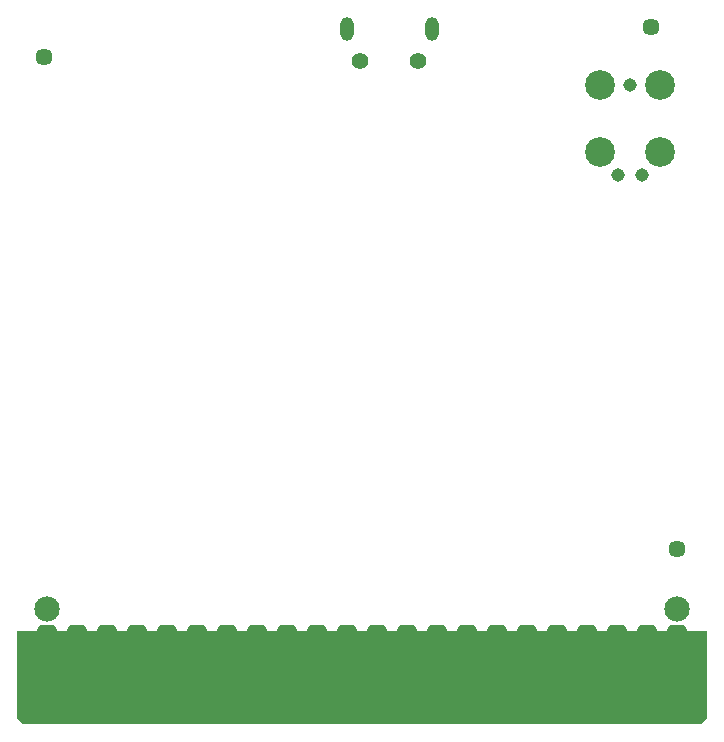
<source format=gbs>
G04 #@! TF.GenerationSoftware,KiCad,Pcbnew,(6.0.1-0)*
G04 #@! TF.CreationDate,2022-02-07T03:36:48-05:00*
G04 #@! TF.ProjectId,GW4302,47573433-3032-42e6-9b69-6361645f7063,0.1*
G04 #@! TF.SameCoordinates,Original*
G04 #@! TF.FileFunction,Soldermask,Bot*
G04 #@! TF.FilePolarity,Negative*
%FSLAX46Y46*%
G04 Gerber Fmt 4.6, Leading zero omitted, Abs format (unit mm)*
G04 Created by KiCad (PCBNEW (6.0.1-0)) date 2022-02-07 03:36:48*
%MOMM*%
%LPD*%
G01*
G04 APERTURE LIST*
G04 Aperture macros list*
%AMRoundRect*
0 Rectangle with rounded corners*
0 $1 Rounding radius*
0 $2 $3 $4 $5 $6 $7 $8 $9 X,Y pos of 4 corners*
0 Add a 4 corners polygon primitive as box body*
4,1,4,$2,$3,$4,$5,$6,$7,$8,$9,$2,$3,0*
0 Add four circle primitives for the rounded corners*
1,1,$1+$1,$2,$3*
1,1,$1+$1,$4,$5*
1,1,$1+$1,$6,$7*
1,1,$1+$1,$8,$9*
0 Add four rect primitives between the rounded corners*
20,1,$1+$1,$2,$3,$4,$5,0*
20,1,$1+$1,$4,$5,$6,$7,0*
20,1,$1+$1,$6,$7,$8,$9,0*
20,1,$1+$1,$8,$9,$2,$3,0*%
G04 Aperture macros list end*
%ADD10C,0.000000*%
%ADD11C,2.150000*%
%ADD12O,1.170000X2.000000*%
%ADD13C,1.400000*%
%ADD14C,1.448000*%
%ADD15C,1.140600*%
%ADD16C,2.524900*%
%ADD17RoundRect,0.456000X0.381000X3.289000X-0.381000X3.289000X-0.381000X-3.289000X0.381000X-3.289000X0*%
G04 APERTURE END LIST*
D10*
G36*
X161290000Y-97282000D02*
G01*
X160782000Y-97790000D01*
X103378000Y-97790000D01*
X102870000Y-97282000D01*
X102870000Y-89916000D01*
X161290000Y-89916000D01*
X161290000Y-97282000D01*
G37*
G36*
X161290000Y-97282000D02*
G01*
X160782000Y-97790000D01*
X103378000Y-97790000D01*
X102870000Y-97282000D01*
X102870000Y-89916000D01*
X161290000Y-89916000D01*
X161290000Y-97282000D01*
G37*
D11*
X105410000Y-88011000D03*
X158750000Y-88011000D03*
D12*
X137950000Y-38950000D03*
D13*
X136775000Y-41600000D03*
X131925000Y-41600000D03*
D12*
X130750000Y-38950000D03*
D14*
X156527500Y-38735000D03*
X158750000Y-82931000D03*
X105092500Y-41275000D03*
D15*
X153733500Y-51244500D03*
D16*
X152209500Y-49339500D03*
D15*
X154749500Y-43624500D03*
X155765500Y-51244500D03*
D16*
X152209500Y-43624500D03*
X157289500Y-49339500D03*
X157289500Y-43624500D03*
D17*
X158750000Y-93118000D03*
X156210000Y-93118000D03*
X153670000Y-93118000D03*
X151130000Y-93118000D03*
X148590000Y-93118000D03*
X146050000Y-93118000D03*
X143510000Y-93118000D03*
X140970000Y-93118000D03*
X138430000Y-93118000D03*
X135890000Y-93118000D03*
X133350000Y-93118000D03*
X130810000Y-93118000D03*
X128270000Y-93118000D03*
X125730000Y-93118000D03*
X123190000Y-93118000D03*
X120650000Y-93118000D03*
X118110000Y-93118000D03*
X115570000Y-93118000D03*
X113030000Y-93118000D03*
X110490000Y-93118000D03*
X107950000Y-93118000D03*
X105410000Y-93118000D03*
M02*

</source>
